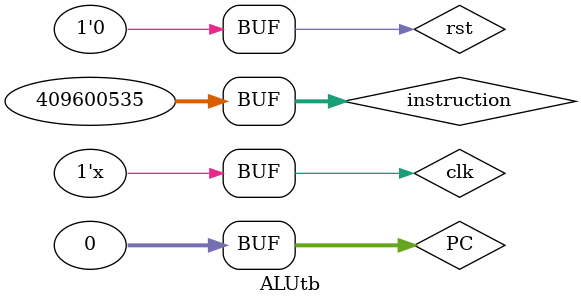
<source format=v>
`timescale 1ns / 1ps
module ALUtb();
reg[31:0] instruction;
reg[31:0] PC;
wire[31:0] PCout;
reg clk;
reg rst;
wire Branch;
wire[2:0] ALUOp;
wire[1:0] ALUSrc;
wire[1:0] ALUSrc1;
wire PCSrc;//choose the first operand, 0 for PC, 1 for rs1
wire MemRead;
wire MemWrite;
wire MemtoReg;
wire RegWrite;
wire[31:0] ReadData1;
wire[31:0] ReadData2;
wire[31:0] imm32;
wire zero;
wire[31:0] ALUResult;



Controller ctl(instruction,Branch,ALUOp,ALUSrc,ALUSrc1,PCSrc,MemRead,MemWrite,MemtoReg,RegWrite);
ALU alu(PC,ALUSrc,ALUSrc1,PCSrc,ALUOp,instruction[14:12],instruction[31:25], ReadData1, ReadData2, imm32, zero, ALUResult,PCout);
//不涉及对内存的处理
//PC值为默认的0
Decoder decoder(clk,rst,instruction,ALUResult,RegWrite,imm32,ReadData1,ReadData2);

initial begin
    clk = 1'b0;
    rst = 1'b1;
    instruction = 32'b0;
    PC = 32'b0;
    #20 rst = 1'b0;
    
    
    //lix1,1,lix2,2, li x3,3
    #20 instruction = 32'b00000000000100001000000010010011;
    #20 instruction = 32'b00000000001000010000000100010011;
    #20 instruction = 32'b00000000001000001000000110110011;
    //lix1,10,lix2,2,sll x3,x1,x2
    #20 instruction = 32'b00000000101000000000000010010011;
    #20 instruction = 32'b00000000001000000000000100010011;
    #20 instruction = 32'b00000000001000001001000110110011;
    //jal,8 addi x3,x3,1
    #20 instruction = 32'b00000000100000000000000111101111;
    #20 instruction = 32'b00000000000100011000000110010011;
    //
    #20 instruction = 32'b00011000011010100000000110110111;
    #20 instruction = 32'b00011000011010100000001000010111;
end
always begin #10 clk = ~clk; end
endmodule

</source>
